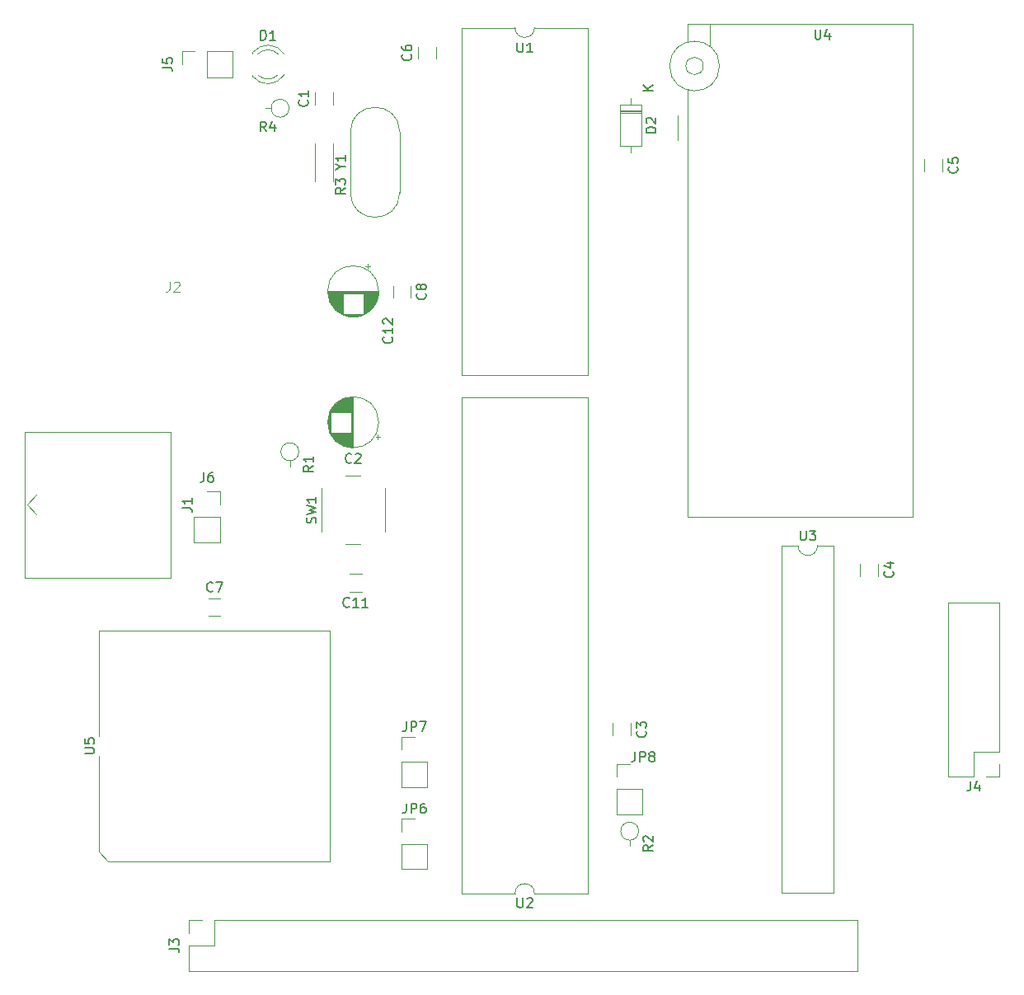
<source format=gto>
G04 #@! TF.GenerationSoftware,KiCad,Pcbnew,7.0.10+1*
G04 #@! TF.CreationDate,2024-02-25T15:54:48+01:00*
G04 #@! TF.ProjectId,dd8_0v2,6464385f-3076-4322-9e6b-696361645f70,rev?*
G04 #@! TF.SameCoordinates,Original*
G04 #@! TF.FileFunction,Legend,Top*
G04 #@! TF.FilePolarity,Positive*
%FSLAX46Y46*%
G04 Gerber Fmt 4.6, Leading zero omitted, Abs format (unit mm)*
G04 Created by KiCad (PCBNEW 7.0.10+1) date 2024-02-25 15:54:48*
%MOMM*%
%LPD*%
G01*
G04 APERTURE LIST*
%ADD10C,0.150000*%
%ADD11C,0.100000*%
%ADD12C,0.120000*%
%ADD13R,1.600000X1.600000*%
%ADD14O,1.600000X1.600000*%
%ADD15C,1.600000*%
%ADD16C,7.400000*%
%ADD17R,1.700000X1.700000*%
%ADD18O,1.700000X1.700000*%
%ADD19C,2.000000*%
%ADD20C,1.400000*%
%ADD21O,1.400000X1.400000*%
%ADD22C,1.500000*%
%ADD23R,2.000000X1.440000*%
%ADD24O,2.000000X1.440000*%
%ADD25R,1.800000X1.800000*%
%ADD26C,1.800000*%
%ADD27O,7.500000X5.000000*%
%ADD28O,2.500000X1.600000*%
%ADD29O,7.000000X3.500000*%
%ADD30R,1.422400X1.422400*%
%ADD31C,1.422400*%
G04 APERTURE END LIST*
D10*
X126928095Y-122124819D02*
X126928095Y-122934342D01*
X126928095Y-122934342D02*
X126975714Y-123029580D01*
X126975714Y-123029580D02*
X127023333Y-123077200D01*
X127023333Y-123077200D02*
X127118571Y-123124819D01*
X127118571Y-123124819D02*
X127309047Y-123124819D01*
X127309047Y-123124819D02*
X127404285Y-123077200D01*
X127404285Y-123077200D02*
X127451904Y-123029580D01*
X127451904Y-123029580D02*
X127499523Y-122934342D01*
X127499523Y-122934342D02*
X127499523Y-122124819D01*
X127880476Y-122124819D02*
X128499523Y-122124819D01*
X128499523Y-122124819D02*
X128166190Y-122505771D01*
X128166190Y-122505771D02*
X128309047Y-122505771D01*
X128309047Y-122505771D02*
X128404285Y-122553390D01*
X128404285Y-122553390D02*
X128451904Y-122601009D01*
X128451904Y-122601009D02*
X128499523Y-122696247D01*
X128499523Y-122696247D02*
X128499523Y-122934342D01*
X128499523Y-122934342D02*
X128451904Y-123029580D01*
X128451904Y-123029580D02*
X128404285Y-123077200D01*
X128404285Y-123077200D02*
X128309047Y-123124819D01*
X128309047Y-123124819D02*
X128023333Y-123124819D01*
X128023333Y-123124819D02*
X127928095Y-123077200D01*
X127928095Y-123077200D02*
X127880476Y-123029580D01*
X66583333Y-128309580D02*
X66535714Y-128357200D01*
X66535714Y-128357200D02*
X66392857Y-128404819D01*
X66392857Y-128404819D02*
X66297619Y-128404819D01*
X66297619Y-128404819D02*
X66154762Y-128357200D01*
X66154762Y-128357200D02*
X66059524Y-128261961D01*
X66059524Y-128261961D02*
X66011905Y-128166723D01*
X66011905Y-128166723D02*
X65964286Y-127976247D01*
X65964286Y-127976247D02*
X65964286Y-127833390D01*
X65964286Y-127833390D02*
X66011905Y-127642914D01*
X66011905Y-127642914D02*
X66059524Y-127547676D01*
X66059524Y-127547676D02*
X66154762Y-127452438D01*
X66154762Y-127452438D02*
X66297619Y-127404819D01*
X66297619Y-127404819D02*
X66392857Y-127404819D01*
X66392857Y-127404819D02*
X66535714Y-127452438D01*
X66535714Y-127452438D02*
X66583333Y-127500057D01*
X66916667Y-127404819D02*
X67583333Y-127404819D01*
X67583333Y-127404819D02*
X67154762Y-128404819D01*
X136409580Y-126316666D02*
X136457200Y-126364285D01*
X136457200Y-126364285D02*
X136504819Y-126507142D01*
X136504819Y-126507142D02*
X136504819Y-126602380D01*
X136504819Y-126602380D02*
X136457200Y-126745237D01*
X136457200Y-126745237D02*
X136361961Y-126840475D01*
X136361961Y-126840475D02*
X136266723Y-126888094D01*
X136266723Y-126888094D02*
X136076247Y-126935713D01*
X136076247Y-126935713D02*
X135933390Y-126935713D01*
X135933390Y-126935713D02*
X135742914Y-126888094D01*
X135742914Y-126888094D02*
X135647676Y-126840475D01*
X135647676Y-126840475D02*
X135552438Y-126745237D01*
X135552438Y-126745237D02*
X135504819Y-126602380D01*
X135504819Y-126602380D02*
X135504819Y-126507142D01*
X135504819Y-126507142D02*
X135552438Y-126364285D01*
X135552438Y-126364285D02*
X135600057Y-126316666D01*
X135838152Y-125459523D02*
X136504819Y-125459523D01*
X135457200Y-125697618D02*
X136171485Y-125935713D01*
X136171485Y-125935713D02*
X136171485Y-125316666D01*
X109966666Y-144854819D02*
X109966666Y-145569104D01*
X109966666Y-145569104D02*
X109919047Y-145711961D01*
X109919047Y-145711961D02*
X109823809Y-145807200D01*
X109823809Y-145807200D02*
X109680952Y-145854819D01*
X109680952Y-145854819D02*
X109585714Y-145854819D01*
X110442857Y-145854819D02*
X110442857Y-144854819D01*
X110442857Y-144854819D02*
X110823809Y-144854819D01*
X110823809Y-144854819D02*
X110919047Y-144902438D01*
X110919047Y-144902438D02*
X110966666Y-144950057D01*
X110966666Y-144950057D02*
X111014285Y-145045295D01*
X111014285Y-145045295D02*
X111014285Y-145188152D01*
X111014285Y-145188152D02*
X110966666Y-145283390D01*
X110966666Y-145283390D02*
X110919047Y-145331009D01*
X110919047Y-145331009D02*
X110823809Y-145378628D01*
X110823809Y-145378628D02*
X110442857Y-145378628D01*
X111585714Y-145283390D02*
X111490476Y-145235771D01*
X111490476Y-145235771D02*
X111442857Y-145188152D01*
X111442857Y-145188152D02*
X111395238Y-145092914D01*
X111395238Y-145092914D02*
X111395238Y-145045295D01*
X111395238Y-145045295D02*
X111442857Y-144950057D01*
X111442857Y-144950057D02*
X111490476Y-144902438D01*
X111490476Y-144902438D02*
X111585714Y-144854819D01*
X111585714Y-144854819D02*
X111776190Y-144854819D01*
X111776190Y-144854819D02*
X111871428Y-144902438D01*
X111871428Y-144902438D02*
X111919047Y-144950057D01*
X111919047Y-144950057D02*
X111966666Y-145045295D01*
X111966666Y-145045295D02*
X111966666Y-145092914D01*
X111966666Y-145092914D02*
X111919047Y-145188152D01*
X111919047Y-145188152D02*
X111871428Y-145235771D01*
X111871428Y-145235771D02*
X111776190Y-145283390D01*
X111776190Y-145283390D02*
X111585714Y-145283390D01*
X111585714Y-145283390D02*
X111490476Y-145331009D01*
X111490476Y-145331009D02*
X111442857Y-145378628D01*
X111442857Y-145378628D02*
X111395238Y-145473866D01*
X111395238Y-145473866D02*
X111395238Y-145664342D01*
X111395238Y-145664342D02*
X111442857Y-145759580D01*
X111442857Y-145759580D02*
X111490476Y-145807200D01*
X111490476Y-145807200D02*
X111585714Y-145854819D01*
X111585714Y-145854819D02*
X111776190Y-145854819D01*
X111776190Y-145854819D02*
X111871428Y-145807200D01*
X111871428Y-145807200D02*
X111919047Y-145759580D01*
X111919047Y-145759580D02*
X111966666Y-145664342D01*
X111966666Y-145664342D02*
X111966666Y-145473866D01*
X111966666Y-145473866D02*
X111919047Y-145378628D01*
X111919047Y-145378628D02*
X111871428Y-145331009D01*
X111871428Y-145331009D02*
X111776190Y-145283390D01*
X77157200Y-121333332D02*
X77204819Y-121190475D01*
X77204819Y-121190475D02*
X77204819Y-120952380D01*
X77204819Y-120952380D02*
X77157200Y-120857142D01*
X77157200Y-120857142D02*
X77109580Y-120809523D01*
X77109580Y-120809523D02*
X77014342Y-120761904D01*
X77014342Y-120761904D02*
X76919104Y-120761904D01*
X76919104Y-120761904D02*
X76823866Y-120809523D01*
X76823866Y-120809523D02*
X76776247Y-120857142D01*
X76776247Y-120857142D02*
X76728628Y-120952380D01*
X76728628Y-120952380D02*
X76681009Y-121142856D01*
X76681009Y-121142856D02*
X76633390Y-121238094D01*
X76633390Y-121238094D02*
X76585771Y-121285713D01*
X76585771Y-121285713D02*
X76490533Y-121333332D01*
X76490533Y-121333332D02*
X76395295Y-121333332D01*
X76395295Y-121333332D02*
X76300057Y-121285713D01*
X76300057Y-121285713D02*
X76252438Y-121238094D01*
X76252438Y-121238094D02*
X76204819Y-121142856D01*
X76204819Y-121142856D02*
X76204819Y-120904761D01*
X76204819Y-120904761D02*
X76252438Y-120761904D01*
X76204819Y-120428570D02*
X77204819Y-120190475D01*
X77204819Y-120190475D02*
X76490533Y-119999999D01*
X76490533Y-119999999D02*
X77204819Y-119809523D01*
X77204819Y-119809523D02*
X76204819Y-119571428D01*
X77204819Y-118666666D02*
X77204819Y-119238094D01*
X77204819Y-118952380D02*
X76204819Y-118952380D01*
X76204819Y-118952380D02*
X76347676Y-119047618D01*
X76347676Y-119047618D02*
X76442914Y-119142856D01*
X76442914Y-119142856D02*
X76490533Y-119238094D01*
X80833333Y-115109580D02*
X80785714Y-115157200D01*
X80785714Y-115157200D02*
X80642857Y-115204819D01*
X80642857Y-115204819D02*
X80547619Y-115204819D01*
X80547619Y-115204819D02*
X80404762Y-115157200D01*
X80404762Y-115157200D02*
X80309524Y-115061961D01*
X80309524Y-115061961D02*
X80261905Y-114966723D01*
X80261905Y-114966723D02*
X80214286Y-114776247D01*
X80214286Y-114776247D02*
X80214286Y-114633390D01*
X80214286Y-114633390D02*
X80261905Y-114442914D01*
X80261905Y-114442914D02*
X80309524Y-114347676D01*
X80309524Y-114347676D02*
X80404762Y-114252438D01*
X80404762Y-114252438D02*
X80547619Y-114204819D01*
X80547619Y-114204819D02*
X80642857Y-114204819D01*
X80642857Y-114204819D02*
X80785714Y-114252438D01*
X80785714Y-114252438D02*
X80833333Y-114300057D01*
X81214286Y-114300057D02*
X81261905Y-114252438D01*
X81261905Y-114252438D02*
X81357143Y-114204819D01*
X81357143Y-114204819D02*
X81595238Y-114204819D01*
X81595238Y-114204819D02*
X81690476Y-114252438D01*
X81690476Y-114252438D02*
X81738095Y-114300057D01*
X81738095Y-114300057D02*
X81785714Y-114395295D01*
X81785714Y-114395295D02*
X81785714Y-114490533D01*
X81785714Y-114490533D02*
X81738095Y-114633390D01*
X81738095Y-114633390D02*
X81166667Y-115204819D01*
X81166667Y-115204819D02*
X81785714Y-115204819D01*
X143009580Y-84766666D02*
X143057200Y-84814285D01*
X143057200Y-84814285D02*
X143104819Y-84957142D01*
X143104819Y-84957142D02*
X143104819Y-85052380D01*
X143104819Y-85052380D02*
X143057200Y-85195237D01*
X143057200Y-85195237D02*
X142961961Y-85290475D01*
X142961961Y-85290475D02*
X142866723Y-85338094D01*
X142866723Y-85338094D02*
X142676247Y-85385713D01*
X142676247Y-85385713D02*
X142533390Y-85385713D01*
X142533390Y-85385713D02*
X142342914Y-85338094D01*
X142342914Y-85338094D02*
X142247676Y-85290475D01*
X142247676Y-85290475D02*
X142152438Y-85195237D01*
X142152438Y-85195237D02*
X142104819Y-85052380D01*
X142104819Y-85052380D02*
X142104819Y-84957142D01*
X142104819Y-84957142D02*
X142152438Y-84814285D01*
X142152438Y-84814285D02*
X142200057Y-84766666D01*
X142104819Y-83861904D02*
X142104819Y-84338094D01*
X142104819Y-84338094D02*
X142581009Y-84385713D01*
X142581009Y-84385713D02*
X142533390Y-84338094D01*
X142533390Y-84338094D02*
X142485771Y-84242856D01*
X142485771Y-84242856D02*
X142485771Y-84004761D01*
X142485771Y-84004761D02*
X142533390Y-83909523D01*
X142533390Y-83909523D02*
X142581009Y-83861904D01*
X142581009Y-83861904D02*
X142676247Y-83814285D01*
X142676247Y-83814285D02*
X142914342Y-83814285D01*
X142914342Y-83814285D02*
X143009580Y-83861904D01*
X143009580Y-83861904D02*
X143057200Y-83909523D01*
X143057200Y-83909523D02*
X143104819Y-84004761D01*
X143104819Y-84004761D02*
X143104819Y-84242856D01*
X143104819Y-84242856D02*
X143057200Y-84338094D01*
X143057200Y-84338094D02*
X143009580Y-84385713D01*
X65666666Y-116144819D02*
X65666666Y-116859104D01*
X65666666Y-116859104D02*
X65619047Y-117001961D01*
X65619047Y-117001961D02*
X65523809Y-117097200D01*
X65523809Y-117097200D02*
X65380952Y-117144819D01*
X65380952Y-117144819D02*
X65285714Y-117144819D01*
X66571428Y-116144819D02*
X66380952Y-116144819D01*
X66380952Y-116144819D02*
X66285714Y-116192438D01*
X66285714Y-116192438D02*
X66238095Y-116240057D01*
X66238095Y-116240057D02*
X66142857Y-116382914D01*
X66142857Y-116382914D02*
X66095238Y-116573390D01*
X66095238Y-116573390D02*
X66095238Y-116954342D01*
X66095238Y-116954342D02*
X66142857Y-117049580D01*
X66142857Y-117049580D02*
X66190476Y-117097200D01*
X66190476Y-117097200D02*
X66285714Y-117144819D01*
X66285714Y-117144819D02*
X66476190Y-117144819D01*
X66476190Y-117144819D02*
X66571428Y-117097200D01*
X66571428Y-117097200D02*
X66619047Y-117049580D01*
X66619047Y-117049580D02*
X66666666Y-116954342D01*
X66666666Y-116954342D02*
X66666666Y-116716247D01*
X66666666Y-116716247D02*
X66619047Y-116621009D01*
X66619047Y-116621009D02*
X66571428Y-116573390D01*
X66571428Y-116573390D02*
X66476190Y-116525771D01*
X66476190Y-116525771D02*
X66285714Y-116525771D01*
X66285714Y-116525771D02*
X66190476Y-116573390D01*
X66190476Y-116573390D02*
X66142857Y-116621009D01*
X66142857Y-116621009D02*
X66095238Y-116716247D01*
X144396666Y-147864819D02*
X144396666Y-148579104D01*
X144396666Y-148579104D02*
X144349047Y-148721961D01*
X144349047Y-148721961D02*
X144253809Y-148817200D01*
X144253809Y-148817200D02*
X144110952Y-148864819D01*
X144110952Y-148864819D02*
X144015714Y-148864819D01*
X145301428Y-148198152D02*
X145301428Y-148864819D01*
X145063333Y-147817200D02*
X144825238Y-148531485D01*
X144825238Y-148531485D02*
X145444285Y-148531485D01*
X111774819Y-154436666D02*
X111298628Y-154769999D01*
X111774819Y-155008094D02*
X110774819Y-155008094D01*
X110774819Y-155008094D02*
X110774819Y-154627142D01*
X110774819Y-154627142D02*
X110822438Y-154531904D01*
X110822438Y-154531904D02*
X110870057Y-154484285D01*
X110870057Y-154484285D02*
X110965295Y-154436666D01*
X110965295Y-154436666D02*
X111108152Y-154436666D01*
X111108152Y-154436666D02*
X111203390Y-154484285D01*
X111203390Y-154484285D02*
X111251009Y-154531904D01*
X111251009Y-154531904D02*
X111298628Y-154627142D01*
X111298628Y-154627142D02*
X111298628Y-155008094D01*
X110870057Y-154055713D02*
X110822438Y-154008094D01*
X110822438Y-154008094D02*
X110774819Y-153912856D01*
X110774819Y-153912856D02*
X110774819Y-153674761D01*
X110774819Y-153674761D02*
X110822438Y-153579523D01*
X110822438Y-153579523D02*
X110870057Y-153531904D01*
X110870057Y-153531904D02*
X110965295Y-153484285D01*
X110965295Y-153484285D02*
X111060533Y-153484285D01*
X111060533Y-153484285D02*
X111203390Y-153531904D01*
X111203390Y-153531904D02*
X111774819Y-154103332D01*
X111774819Y-154103332D02*
X111774819Y-153484285D01*
X79703628Y-84776190D02*
X80179819Y-84776190D01*
X79179819Y-85109523D02*
X79703628Y-84776190D01*
X79703628Y-84776190D02*
X79179819Y-84442857D01*
X80179819Y-83585714D02*
X80179819Y-84157142D01*
X80179819Y-83871428D02*
X79179819Y-83871428D01*
X79179819Y-83871428D02*
X79322676Y-83966666D01*
X79322676Y-83966666D02*
X79417914Y-84061904D01*
X79417914Y-84061904D02*
X79465533Y-84157142D01*
X128438095Y-70654819D02*
X128438095Y-71464342D01*
X128438095Y-71464342D02*
X128485714Y-71559580D01*
X128485714Y-71559580D02*
X128533333Y-71607200D01*
X128533333Y-71607200D02*
X128628571Y-71654819D01*
X128628571Y-71654819D02*
X128819047Y-71654819D01*
X128819047Y-71654819D02*
X128914285Y-71607200D01*
X128914285Y-71607200D02*
X128961904Y-71559580D01*
X128961904Y-71559580D02*
X129009523Y-71464342D01*
X129009523Y-71464342D02*
X129009523Y-70654819D01*
X129914285Y-70988152D02*
X129914285Y-71654819D01*
X129676190Y-70607200D02*
X129438095Y-71321485D01*
X129438095Y-71321485D02*
X130057142Y-71321485D01*
X97858095Y-159844819D02*
X97858095Y-160654342D01*
X97858095Y-160654342D02*
X97905714Y-160749580D01*
X97905714Y-160749580D02*
X97953333Y-160797200D01*
X97953333Y-160797200D02*
X98048571Y-160844819D01*
X98048571Y-160844819D02*
X98239047Y-160844819D01*
X98239047Y-160844819D02*
X98334285Y-160797200D01*
X98334285Y-160797200D02*
X98381904Y-160749580D01*
X98381904Y-160749580D02*
X98429523Y-160654342D01*
X98429523Y-160654342D02*
X98429523Y-159844819D01*
X98858095Y-159940057D02*
X98905714Y-159892438D01*
X98905714Y-159892438D02*
X99000952Y-159844819D01*
X99000952Y-159844819D02*
X99239047Y-159844819D01*
X99239047Y-159844819D02*
X99334285Y-159892438D01*
X99334285Y-159892438D02*
X99381904Y-159940057D01*
X99381904Y-159940057D02*
X99429523Y-160035295D01*
X99429523Y-160035295D02*
X99429523Y-160130533D01*
X99429523Y-160130533D02*
X99381904Y-160273390D01*
X99381904Y-160273390D02*
X98810476Y-160844819D01*
X98810476Y-160844819D02*
X99429523Y-160844819D01*
X71506905Y-71744819D02*
X71506905Y-70744819D01*
X71506905Y-70744819D02*
X71745000Y-70744819D01*
X71745000Y-70744819D02*
X71887857Y-70792438D01*
X71887857Y-70792438D02*
X71983095Y-70887676D01*
X71983095Y-70887676D02*
X72030714Y-70982914D01*
X72030714Y-70982914D02*
X72078333Y-71173390D01*
X72078333Y-71173390D02*
X72078333Y-71316247D01*
X72078333Y-71316247D02*
X72030714Y-71506723D01*
X72030714Y-71506723D02*
X71983095Y-71601961D01*
X71983095Y-71601961D02*
X71887857Y-71697200D01*
X71887857Y-71697200D02*
X71745000Y-71744819D01*
X71745000Y-71744819D02*
X71506905Y-71744819D01*
X73030714Y-71744819D02*
X72459286Y-71744819D01*
X72745000Y-71744819D02*
X72745000Y-70744819D01*
X72745000Y-70744819D02*
X72649762Y-70887676D01*
X72649762Y-70887676D02*
X72554524Y-70982914D01*
X72554524Y-70982914D02*
X72459286Y-71030533D01*
X112074819Y-81238094D02*
X111074819Y-81238094D01*
X111074819Y-81238094D02*
X111074819Y-80999999D01*
X111074819Y-80999999D02*
X111122438Y-80857142D01*
X111122438Y-80857142D02*
X111217676Y-80761904D01*
X111217676Y-80761904D02*
X111312914Y-80714285D01*
X111312914Y-80714285D02*
X111503390Y-80666666D01*
X111503390Y-80666666D02*
X111646247Y-80666666D01*
X111646247Y-80666666D02*
X111836723Y-80714285D01*
X111836723Y-80714285D02*
X111931961Y-80761904D01*
X111931961Y-80761904D02*
X112027200Y-80857142D01*
X112027200Y-80857142D02*
X112074819Y-80999999D01*
X112074819Y-80999999D02*
X112074819Y-81238094D01*
X111170057Y-80285713D02*
X111122438Y-80238094D01*
X111122438Y-80238094D02*
X111074819Y-80142856D01*
X111074819Y-80142856D02*
X111074819Y-79904761D01*
X111074819Y-79904761D02*
X111122438Y-79809523D01*
X111122438Y-79809523D02*
X111170057Y-79761904D01*
X111170057Y-79761904D02*
X111265295Y-79714285D01*
X111265295Y-79714285D02*
X111360533Y-79714285D01*
X111360533Y-79714285D02*
X111503390Y-79761904D01*
X111503390Y-79761904D02*
X112074819Y-80333332D01*
X112074819Y-80333332D02*
X112074819Y-79714285D01*
X111754819Y-76951904D02*
X110754819Y-76951904D01*
X111754819Y-76380476D02*
X111183390Y-76809047D01*
X110754819Y-76380476D02*
X111326247Y-76951904D01*
X86466666Y-141749819D02*
X86466666Y-142464104D01*
X86466666Y-142464104D02*
X86419047Y-142606961D01*
X86419047Y-142606961D02*
X86323809Y-142702200D01*
X86323809Y-142702200D02*
X86180952Y-142749819D01*
X86180952Y-142749819D02*
X86085714Y-142749819D01*
X86942857Y-142749819D02*
X86942857Y-141749819D01*
X86942857Y-141749819D02*
X87323809Y-141749819D01*
X87323809Y-141749819D02*
X87419047Y-141797438D01*
X87419047Y-141797438D02*
X87466666Y-141845057D01*
X87466666Y-141845057D02*
X87514285Y-141940295D01*
X87514285Y-141940295D02*
X87514285Y-142083152D01*
X87514285Y-142083152D02*
X87466666Y-142178390D01*
X87466666Y-142178390D02*
X87419047Y-142226009D01*
X87419047Y-142226009D02*
X87323809Y-142273628D01*
X87323809Y-142273628D02*
X86942857Y-142273628D01*
X87847619Y-141749819D02*
X88514285Y-141749819D01*
X88514285Y-141749819D02*
X88085714Y-142749819D01*
X97863095Y-72004819D02*
X97863095Y-72814342D01*
X97863095Y-72814342D02*
X97910714Y-72909580D01*
X97910714Y-72909580D02*
X97958333Y-72957200D01*
X97958333Y-72957200D02*
X98053571Y-73004819D01*
X98053571Y-73004819D02*
X98244047Y-73004819D01*
X98244047Y-73004819D02*
X98339285Y-72957200D01*
X98339285Y-72957200D02*
X98386904Y-72909580D01*
X98386904Y-72909580D02*
X98434523Y-72814342D01*
X98434523Y-72814342D02*
X98434523Y-72004819D01*
X99434523Y-73004819D02*
X98863095Y-73004819D01*
X99148809Y-73004819D02*
X99148809Y-72004819D01*
X99148809Y-72004819D02*
X99053571Y-72147676D01*
X99053571Y-72147676D02*
X98958333Y-72242914D01*
X98958333Y-72242914D02*
X98863095Y-72290533D01*
X86466666Y-150149819D02*
X86466666Y-150864104D01*
X86466666Y-150864104D02*
X86419047Y-151006961D01*
X86419047Y-151006961D02*
X86323809Y-151102200D01*
X86323809Y-151102200D02*
X86180952Y-151149819D01*
X86180952Y-151149819D02*
X86085714Y-151149819D01*
X86942857Y-151149819D02*
X86942857Y-150149819D01*
X86942857Y-150149819D02*
X87323809Y-150149819D01*
X87323809Y-150149819D02*
X87419047Y-150197438D01*
X87419047Y-150197438D02*
X87466666Y-150245057D01*
X87466666Y-150245057D02*
X87514285Y-150340295D01*
X87514285Y-150340295D02*
X87514285Y-150483152D01*
X87514285Y-150483152D02*
X87466666Y-150578390D01*
X87466666Y-150578390D02*
X87419047Y-150626009D01*
X87419047Y-150626009D02*
X87323809Y-150673628D01*
X87323809Y-150673628D02*
X86942857Y-150673628D01*
X88371428Y-150149819D02*
X88180952Y-150149819D01*
X88180952Y-150149819D02*
X88085714Y-150197438D01*
X88085714Y-150197438D02*
X88038095Y-150245057D01*
X88038095Y-150245057D02*
X87942857Y-150387914D01*
X87942857Y-150387914D02*
X87895238Y-150578390D01*
X87895238Y-150578390D02*
X87895238Y-150959342D01*
X87895238Y-150959342D02*
X87942857Y-151054580D01*
X87942857Y-151054580D02*
X87990476Y-151102200D01*
X87990476Y-151102200D02*
X88085714Y-151149819D01*
X88085714Y-151149819D02*
X88276190Y-151149819D01*
X88276190Y-151149819D02*
X88371428Y-151102200D01*
X88371428Y-151102200D02*
X88419047Y-151054580D01*
X88419047Y-151054580D02*
X88466666Y-150959342D01*
X88466666Y-150959342D02*
X88466666Y-150721247D01*
X88466666Y-150721247D02*
X88419047Y-150626009D01*
X88419047Y-150626009D02*
X88371428Y-150578390D01*
X88371428Y-150578390D02*
X88276190Y-150530771D01*
X88276190Y-150530771D02*
X88085714Y-150530771D01*
X88085714Y-150530771D02*
X87990476Y-150578390D01*
X87990476Y-150578390D02*
X87942857Y-150626009D01*
X87942857Y-150626009D02*
X87895238Y-150721247D01*
D11*
X62166666Y-96577419D02*
X62166666Y-97291704D01*
X62166666Y-97291704D02*
X62119047Y-97434561D01*
X62119047Y-97434561D02*
X62023809Y-97529800D01*
X62023809Y-97529800D02*
X61880952Y-97577419D01*
X61880952Y-97577419D02*
X61785714Y-97577419D01*
X62595238Y-96672657D02*
X62642857Y-96625038D01*
X62642857Y-96625038D02*
X62738095Y-96577419D01*
X62738095Y-96577419D02*
X62976190Y-96577419D01*
X62976190Y-96577419D02*
X63071428Y-96625038D01*
X63071428Y-96625038D02*
X63119047Y-96672657D01*
X63119047Y-96672657D02*
X63166666Y-96767895D01*
X63166666Y-96767895D02*
X63166666Y-96863133D01*
X63166666Y-96863133D02*
X63119047Y-97005990D01*
X63119047Y-97005990D02*
X62547619Y-97577419D01*
X62547619Y-97577419D02*
X63166666Y-97577419D01*
D10*
X63454819Y-119793333D02*
X64169104Y-119793333D01*
X64169104Y-119793333D02*
X64311961Y-119840952D01*
X64311961Y-119840952D02*
X64407200Y-119936190D01*
X64407200Y-119936190D02*
X64454819Y-120079047D01*
X64454819Y-120079047D02*
X64454819Y-120174285D01*
X64454819Y-118793333D02*
X64454819Y-119364761D01*
X64454819Y-119079047D02*
X63454819Y-119079047D01*
X63454819Y-119079047D02*
X63597676Y-119174285D01*
X63597676Y-119174285D02*
X63692914Y-119269523D01*
X63692914Y-119269523D02*
X63740533Y-119364761D01*
X88409580Y-97766666D02*
X88457200Y-97814285D01*
X88457200Y-97814285D02*
X88504819Y-97957142D01*
X88504819Y-97957142D02*
X88504819Y-98052380D01*
X88504819Y-98052380D02*
X88457200Y-98195237D01*
X88457200Y-98195237D02*
X88361961Y-98290475D01*
X88361961Y-98290475D02*
X88266723Y-98338094D01*
X88266723Y-98338094D02*
X88076247Y-98385713D01*
X88076247Y-98385713D02*
X87933390Y-98385713D01*
X87933390Y-98385713D02*
X87742914Y-98338094D01*
X87742914Y-98338094D02*
X87647676Y-98290475D01*
X87647676Y-98290475D02*
X87552438Y-98195237D01*
X87552438Y-98195237D02*
X87504819Y-98052380D01*
X87504819Y-98052380D02*
X87504819Y-97957142D01*
X87504819Y-97957142D02*
X87552438Y-97814285D01*
X87552438Y-97814285D02*
X87600057Y-97766666D01*
X87933390Y-97195237D02*
X87885771Y-97290475D01*
X87885771Y-97290475D02*
X87838152Y-97338094D01*
X87838152Y-97338094D02*
X87742914Y-97385713D01*
X87742914Y-97385713D02*
X87695295Y-97385713D01*
X87695295Y-97385713D02*
X87600057Y-97338094D01*
X87600057Y-97338094D02*
X87552438Y-97290475D01*
X87552438Y-97290475D02*
X87504819Y-97195237D01*
X87504819Y-97195237D02*
X87504819Y-97004761D01*
X87504819Y-97004761D02*
X87552438Y-96909523D01*
X87552438Y-96909523D02*
X87600057Y-96861904D01*
X87600057Y-96861904D02*
X87695295Y-96814285D01*
X87695295Y-96814285D02*
X87742914Y-96814285D01*
X87742914Y-96814285D02*
X87838152Y-96861904D01*
X87838152Y-96861904D02*
X87885771Y-96909523D01*
X87885771Y-96909523D02*
X87933390Y-97004761D01*
X87933390Y-97004761D02*
X87933390Y-97195237D01*
X87933390Y-97195237D02*
X87981009Y-97290475D01*
X87981009Y-97290475D02*
X88028628Y-97338094D01*
X88028628Y-97338094D02*
X88123866Y-97385713D01*
X88123866Y-97385713D02*
X88314342Y-97385713D01*
X88314342Y-97385713D02*
X88409580Y-97338094D01*
X88409580Y-97338094D02*
X88457200Y-97290475D01*
X88457200Y-97290475D02*
X88504819Y-97195237D01*
X88504819Y-97195237D02*
X88504819Y-97004761D01*
X88504819Y-97004761D02*
X88457200Y-96909523D01*
X88457200Y-96909523D02*
X88409580Y-96861904D01*
X88409580Y-96861904D02*
X88314342Y-96814285D01*
X88314342Y-96814285D02*
X88123866Y-96814285D01*
X88123866Y-96814285D02*
X88028628Y-96861904D01*
X88028628Y-96861904D02*
X87981009Y-96909523D01*
X87981009Y-96909523D02*
X87933390Y-97004761D01*
X80204819Y-86916666D02*
X79728628Y-87249999D01*
X80204819Y-87488094D02*
X79204819Y-87488094D01*
X79204819Y-87488094D02*
X79204819Y-87107142D01*
X79204819Y-87107142D02*
X79252438Y-87011904D01*
X79252438Y-87011904D02*
X79300057Y-86964285D01*
X79300057Y-86964285D02*
X79395295Y-86916666D01*
X79395295Y-86916666D02*
X79538152Y-86916666D01*
X79538152Y-86916666D02*
X79633390Y-86964285D01*
X79633390Y-86964285D02*
X79681009Y-87011904D01*
X79681009Y-87011904D02*
X79728628Y-87107142D01*
X79728628Y-87107142D02*
X79728628Y-87488094D01*
X79204819Y-86583332D02*
X79204819Y-85964285D01*
X79204819Y-85964285D02*
X79585771Y-86297618D01*
X79585771Y-86297618D02*
X79585771Y-86154761D01*
X79585771Y-86154761D02*
X79633390Y-86059523D01*
X79633390Y-86059523D02*
X79681009Y-86011904D01*
X79681009Y-86011904D02*
X79776247Y-85964285D01*
X79776247Y-85964285D02*
X80014342Y-85964285D01*
X80014342Y-85964285D02*
X80109580Y-86011904D01*
X80109580Y-86011904D02*
X80157200Y-86059523D01*
X80157200Y-86059523D02*
X80204819Y-86154761D01*
X80204819Y-86154761D02*
X80204819Y-86440475D01*
X80204819Y-86440475D02*
X80157200Y-86535713D01*
X80157200Y-86535713D02*
X80109580Y-86583332D01*
X62124819Y-165063333D02*
X62839104Y-165063333D01*
X62839104Y-165063333D02*
X62981961Y-165110952D01*
X62981961Y-165110952D02*
X63077200Y-165206190D01*
X63077200Y-165206190D02*
X63124819Y-165349047D01*
X63124819Y-165349047D02*
X63124819Y-165444285D01*
X62124819Y-164682380D02*
X62124819Y-164063333D01*
X62124819Y-164063333D02*
X62505771Y-164396666D01*
X62505771Y-164396666D02*
X62505771Y-164253809D01*
X62505771Y-164253809D02*
X62553390Y-164158571D01*
X62553390Y-164158571D02*
X62601009Y-164110952D01*
X62601009Y-164110952D02*
X62696247Y-164063333D01*
X62696247Y-164063333D02*
X62934342Y-164063333D01*
X62934342Y-164063333D02*
X63029580Y-164110952D01*
X63029580Y-164110952D02*
X63077200Y-164158571D01*
X63077200Y-164158571D02*
X63124819Y-164253809D01*
X63124819Y-164253809D02*
X63124819Y-164539523D01*
X63124819Y-164539523D02*
X63077200Y-164634761D01*
X63077200Y-164634761D02*
X63029580Y-164682380D01*
X80607142Y-129909580D02*
X80559523Y-129957200D01*
X80559523Y-129957200D02*
X80416666Y-130004819D01*
X80416666Y-130004819D02*
X80321428Y-130004819D01*
X80321428Y-130004819D02*
X80178571Y-129957200D01*
X80178571Y-129957200D02*
X80083333Y-129861961D01*
X80083333Y-129861961D02*
X80035714Y-129766723D01*
X80035714Y-129766723D02*
X79988095Y-129576247D01*
X79988095Y-129576247D02*
X79988095Y-129433390D01*
X79988095Y-129433390D02*
X80035714Y-129242914D01*
X80035714Y-129242914D02*
X80083333Y-129147676D01*
X80083333Y-129147676D02*
X80178571Y-129052438D01*
X80178571Y-129052438D02*
X80321428Y-129004819D01*
X80321428Y-129004819D02*
X80416666Y-129004819D01*
X80416666Y-129004819D02*
X80559523Y-129052438D01*
X80559523Y-129052438D02*
X80607142Y-129100057D01*
X81559523Y-130004819D02*
X80988095Y-130004819D01*
X81273809Y-130004819D02*
X81273809Y-129004819D01*
X81273809Y-129004819D02*
X81178571Y-129147676D01*
X81178571Y-129147676D02*
X81083333Y-129242914D01*
X81083333Y-129242914D02*
X80988095Y-129290533D01*
X82511904Y-130004819D02*
X81940476Y-130004819D01*
X82226190Y-130004819D02*
X82226190Y-129004819D01*
X82226190Y-129004819D02*
X82130952Y-129147676D01*
X82130952Y-129147676D02*
X82035714Y-129242914D01*
X82035714Y-129242914D02*
X81940476Y-129290533D01*
X76874819Y-115466666D02*
X76398628Y-115799999D01*
X76874819Y-116038094D02*
X75874819Y-116038094D01*
X75874819Y-116038094D02*
X75874819Y-115657142D01*
X75874819Y-115657142D02*
X75922438Y-115561904D01*
X75922438Y-115561904D02*
X75970057Y-115514285D01*
X75970057Y-115514285D02*
X76065295Y-115466666D01*
X76065295Y-115466666D02*
X76208152Y-115466666D01*
X76208152Y-115466666D02*
X76303390Y-115514285D01*
X76303390Y-115514285D02*
X76351009Y-115561904D01*
X76351009Y-115561904D02*
X76398628Y-115657142D01*
X76398628Y-115657142D02*
X76398628Y-116038094D01*
X76874819Y-114514285D02*
X76874819Y-115085713D01*
X76874819Y-114799999D02*
X75874819Y-114799999D01*
X75874819Y-114799999D02*
X76017676Y-114895237D01*
X76017676Y-114895237D02*
X76112914Y-114990475D01*
X76112914Y-114990475D02*
X76160533Y-115085713D01*
X86909580Y-73216666D02*
X86957200Y-73264285D01*
X86957200Y-73264285D02*
X87004819Y-73407142D01*
X87004819Y-73407142D02*
X87004819Y-73502380D01*
X87004819Y-73502380D02*
X86957200Y-73645237D01*
X86957200Y-73645237D02*
X86861961Y-73740475D01*
X86861961Y-73740475D02*
X86766723Y-73788094D01*
X86766723Y-73788094D02*
X86576247Y-73835713D01*
X86576247Y-73835713D02*
X86433390Y-73835713D01*
X86433390Y-73835713D02*
X86242914Y-73788094D01*
X86242914Y-73788094D02*
X86147676Y-73740475D01*
X86147676Y-73740475D02*
X86052438Y-73645237D01*
X86052438Y-73645237D02*
X86004819Y-73502380D01*
X86004819Y-73502380D02*
X86004819Y-73407142D01*
X86004819Y-73407142D02*
X86052438Y-73264285D01*
X86052438Y-73264285D02*
X86100057Y-73216666D01*
X86004819Y-72359523D02*
X86004819Y-72549999D01*
X86004819Y-72549999D02*
X86052438Y-72645237D01*
X86052438Y-72645237D02*
X86100057Y-72692856D01*
X86100057Y-72692856D02*
X86242914Y-72788094D01*
X86242914Y-72788094D02*
X86433390Y-72835713D01*
X86433390Y-72835713D02*
X86814342Y-72835713D01*
X86814342Y-72835713D02*
X86909580Y-72788094D01*
X86909580Y-72788094D02*
X86957200Y-72740475D01*
X86957200Y-72740475D02*
X87004819Y-72645237D01*
X87004819Y-72645237D02*
X87004819Y-72454761D01*
X87004819Y-72454761D02*
X86957200Y-72359523D01*
X86957200Y-72359523D02*
X86909580Y-72311904D01*
X86909580Y-72311904D02*
X86814342Y-72264285D01*
X86814342Y-72264285D02*
X86576247Y-72264285D01*
X86576247Y-72264285D02*
X86481009Y-72311904D01*
X86481009Y-72311904D02*
X86433390Y-72359523D01*
X86433390Y-72359523D02*
X86385771Y-72454761D01*
X86385771Y-72454761D02*
X86385771Y-72645237D01*
X86385771Y-72645237D02*
X86433390Y-72740475D01*
X86433390Y-72740475D02*
X86481009Y-72788094D01*
X86481009Y-72788094D02*
X86576247Y-72835713D01*
X53414819Y-145011904D02*
X54224342Y-145011904D01*
X54224342Y-145011904D02*
X54319580Y-144964285D01*
X54319580Y-144964285D02*
X54367200Y-144916666D01*
X54367200Y-144916666D02*
X54414819Y-144821428D01*
X54414819Y-144821428D02*
X54414819Y-144630952D01*
X54414819Y-144630952D02*
X54367200Y-144535714D01*
X54367200Y-144535714D02*
X54319580Y-144488095D01*
X54319580Y-144488095D02*
X54224342Y-144440476D01*
X54224342Y-144440476D02*
X53414819Y-144440476D01*
X53414819Y-143488095D02*
X53414819Y-143964285D01*
X53414819Y-143964285D02*
X53891009Y-144011904D01*
X53891009Y-144011904D02*
X53843390Y-143964285D01*
X53843390Y-143964285D02*
X53795771Y-143869047D01*
X53795771Y-143869047D02*
X53795771Y-143630952D01*
X53795771Y-143630952D02*
X53843390Y-143535714D01*
X53843390Y-143535714D02*
X53891009Y-143488095D01*
X53891009Y-143488095D02*
X53986247Y-143440476D01*
X53986247Y-143440476D02*
X54224342Y-143440476D01*
X54224342Y-143440476D02*
X54319580Y-143488095D01*
X54319580Y-143488095D02*
X54367200Y-143535714D01*
X54367200Y-143535714D02*
X54414819Y-143630952D01*
X54414819Y-143630952D02*
X54414819Y-143869047D01*
X54414819Y-143869047D02*
X54367200Y-143964285D01*
X54367200Y-143964285D02*
X54319580Y-144011904D01*
X76309580Y-77916666D02*
X76357200Y-77964285D01*
X76357200Y-77964285D02*
X76404819Y-78107142D01*
X76404819Y-78107142D02*
X76404819Y-78202380D01*
X76404819Y-78202380D02*
X76357200Y-78345237D01*
X76357200Y-78345237D02*
X76261961Y-78440475D01*
X76261961Y-78440475D02*
X76166723Y-78488094D01*
X76166723Y-78488094D02*
X75976247Y-78535713D01*
X75976247Y-78535713D02*
X75833390Y-78535713D01*
X75833390Y-78535713D02*
X75642914Y-78488094D01*
X75642914Y-78488094D02*
X75547676Y-78440475D01*
X75547676Y-78440475D02*
X75452438Y-78345237D01*
X75452438Y-78345237D02*
X75404819Y-78202380D01*
X75404819Y-78202380D02*
X75404819Y-78107142D01*
X75404819Y-78107142D02*
X75452438Y-77964285D01*
X75452438Y-77964285D02*
X75500057Y-77916666D01*
X76404819Y-76964285D02*
X76404819Y-77535713D01*
X76404819Y-77249999D02*
X75404819Y-77249999D01*
X75404819Y-77249999D02*
X75547676Y-77345237D01*
X75547676Y-77345237D02*
X75642914Y-77440475D01*
X75642914Y-77440475D02*
X75690533Y-77535713D01*
X72063333Y-81124819D02*
X71730000Y-80648628D01*
X71491905Y-81124819D02*
X71491905Y-80124819D01*
X71491905Y-80124819D02*
X71872857Y-80124819D01*
X71872857Y-80124819D02*
X71968095Y-80172438D01*
X71968095Y-80172438D02*
X72015714Y-80220057D01*
X72015714Y-80220057D02*
X72063333Y-80315295D01*
X72063333Y-80315295D02*
X72063333Y-80458152D01*
X72063333Y-80458152D02*
X72015714Y-80553390D01*
X72015714Y-80553390D02*
X71968095Y-80601009D01*
X71968095Y-80601009D02*
X71872857Y-80648628D01*
X71872857Y-80648628D02*
X71491905Y-80648628D01*
X72920476Y-80458152D02*
X72920476Y-81124819D01*
X72682381Y-80077200D02*
X72444286Y-80791485D01*
X72444286Y-80791485D02*
X73063333Y-80791485D01*
X111009580Y-142716666D02*
X111057200Y-142764285D01*
X111057200Y-142764285D02*
X111104819Y-142907142D01*
X111104819Y-142907142D02*
X111104819Y-143002380D01*
X111104819Y-143002380D02*
X111057200Y-143145237D01*
X111057200Y-143145237D02*
X110961961Y-143240475D01*
X110961961Y-143240475D02*
X110866723Y-143288094D01*
X110866723Y-143288094D02*
X110676247Y-143335713D01*
X110676247Y-143335713D02*
X110533390Y-143335713D01*
X110533390Y-143335713D02*
X110342914Y-143288094D01*
X110342914Y-143288094D02*
X110247676Y-143240475D01*
X110247676Y-143240475D02*
X110152438Y-143145237D01*
X110152438Y-143145237D02*
X110104819Y-143002380D01*
X110104819Y-143002380D02*
X110104819Y-142907142D01*
X110104819Y-142907142D02*
X110152438Y-142764285D01*
X110152438Y-142764285D02*
X110200057Y-142716666D01*
X110104819Y-142383332D02*
X110104819Y-141764285D01*
X110104819Y-141764285D02*
X110485771Y-142097618D01*
X110485771Y-142097618D02*
X110485771Y-141954761D01*
X110485771Y-141954761D02*
X110533390Y-141859523D01*
X110533390Y-141859523D02*
X110581009Y-141811904D01*
X110581009Y-141811904D02*
X110676247Y-141764285D01*
X110676247Y-141764285D02*
X110914342Y-141764285D01*
X110914342Y-141764285D02*
X111009580Y-141811904D01*
X111009580Y-141811904D02*
X111057200Y-141859523D01*
X111057200Y-141859523D02*
X111104819Y-141954761D01*
X111104819Y-141954761D02*
X111104819Y-142240475D01*
X111104819Y-142240475D02*
X111057200Y-142335713D01*
X111057200Y-142335713D02*
X111009580Y-142383332D01*
X61434819Y-74558333D02*
X62149104Y-74558333D01*
X62149104Y-74558333D02*
X62291961Y-74605952D01*
X62291961Y-74605952D02*
X62387200Y-74701190D01*
X62387200Y-74701190D02*
X62434819Y-74844047D01*
X62434819Y-74844047D02*
X62434819Y-74939285D01*
X61434819Y-73605952D02*
X61434819Y-74082142D01*
X61434819Y-74082142D02*
X61911009Y-74129761D01*
X61911009Y-74129761D02*
X61863390Y-74082142D01*
X61863390Y-74082142D02*
X61815771Y-73986904D01*
X61815771Y-73986904D02*
X61815771Y-73748809D01*
X61815771Y-73748809D02*
X61863390Y-73653571D01*
X61863390Y-73653571D02*
X61911009Y-73605952D01*
X61911009Y-73605952D02*
X62006247Y-73558333D01*
X62006247Y-73558333D02*
X62244342Y-73558333D01*
X62244342Y-73558333D02*
X62339580Y-73605952D01*
X62339580Y-73605952D02*
X62387200Y-73653571D01*
X62387200Y-73653571D02*
X62434819Y-73748809D01*
X62434819Y-73748809D02*
X62434819Y-73986904D01*
X62434819Y-73986904D02*
X62387200Y-74082142D01*
X62387200Y-74082142D02*
X62339580Y-74129761D01*
X84959580Y-102242857D02*
X85007200Y-102290476D01*
X85007200Y-102290476D02*
X85054819Y-102433333D01*
X85054819Y-102433333D02*
X85054819Y-102528571D01*
X85054819Y-102528571D02*
X85007200Y-102671428D01*
X85007200Y-102671428D02*
X84911961Y-102766666D01*
X84911961Y-102766666D02*
X84816723Y-102814285D01*
X84816723Y-102814285D02*
X84626247Y-102861904D01*
X84626247Y-102861904D02*
X84483390Y-102861904D01*
X84483390Y-102861904D02*
X84292914Y-102814285D01*
X84292914Y-102814285D02*
X84197676Y-102766666D01*
X84197676Y-102766666D02*
X84102438Y-102671428D01*
X84102438Y-102671428D02*
X84054819Y-102528571D01*
X84054819Y-102528571D02*
X84054819Y-102433333D01*
X84054819Y-102433333D02*
X84102438Y-102290476D01*
X84102438Y-102290476D02*
X84150057Y-102242857D01*
X85054819Y-101290476D02*
X85054819Y-101861904D01*
X85054819Y-101576190D02*
X84054819Y-101576190D01*
X84054819Y-101576190D02*
X84197676Y-101671428D01*
X84197676Y-101671428D02*
X84292914Y-101766666D01*
X84292914Y-101766666D02*
X84340533Y-101861904D01*
X84150057Y-100909523D02*
X84102438Y-100861904D01*
X84102438Y-100861904D02*
X84054819Y-100766666D01*
X84054819Y-100766666D02*
X84054819Y-100528571D01*
X84054819Y-100528571D02*
X84102438Y-100433333D01*
X84102438Y-100433333D02*
X84150057Y-100385714D01*
X84150057Y-100385714D02*
X84245295Y-100338095D01*
X84245295Y-100338095D02*
X84340533Y-100338095D01*
X84340533Y-100338095D02*
X84483390Y-100385714D01*
X84483390Y-100385714D02*
X85054819Y-100957142D01*
X85054819Y-100957142D02*
X85054819Y-100338095D01*
D12*
X125040000Y-123670000D02*
X125040000Y-159350000D01*
X125040000Y-159350000D02*
X130340000Y-159350000D01*
X126690000Y-123670000D02*
X125040000Y-123670000D01*
X130340000Y-123670000D02*
X128690000Y-123670000D01*
X130340000Y-159350000D02*
X130340000Y-123670000D01*
X126690000Y-123670000D02*
G75*
G03*
X128690000Y-123670000I1000000J0D01*
G01*
X66121000Y-129080000D02*
X67379000Y-129080000D01*
X66121000Y-130920000D02*
X67379000Y-130920000D01*
X134920000Y-125521000D02*
X134920000Y-126779000D01*
X133080000Y-125521000D02*
X133080000Y-126779000D01*
X108070000Y-146095000D02*
X109400000Y-146095000D01*
X108070000Y-147425000D02*
X108070000Y-146095000D01*
X108070000Y-148695000D02*
X108070000Y-151295000D01*
X108070000Y-148695000D02*
X110730000Y-148695000D01*
X108070000Y-151295000D02*
X110730000Y-151295000D01*
X110730000Y-148695000D02*
X110730000Y-151295000D01*
X80250000Y-123500000D02*
X81750000Y-123500000D01*
X84250000Y-122250000D02*
X84250000Y-117750000D01*
X77750000Y-117750000D02*
X77750000Y-122250000D01*
X81750000Y-116500000D02*
X80250000Y-116500000D01*
X83804775Y-112475000D02*
X83304775Y-112475000D01*
X83554775Y-112725000D02*
X83554775Y-112225000D01*
X81000000Y-113580000D02*
X81000000Y-108420000D01*
X80960000Y-113580000D02*
X80960000Y-108420000D01*
X80920000Y-113579000D02*
X80920000Y-108421000D01*
X80880000Y-113578000D02*
X80880000Y-108422000D01*
X80840000Y-113576000D02*
X80840000Y-108424000D01*
X80800000Y-113573000D02*
X80800000Y-108427000D01*
X80760000Y-113569000D02*
X80760000Y-112040000D01*
X80760000Y-109960000D02*
X80760000Y-108431000D01*
X80720000Y-113565000D02*
X80720000Y-112040000D01*
X80720000Y-109960000D02*
X80720000Y-108435000D01*
X80680000Y-113561000D02*
X80680000Y-112040000D01*
X80680000Y-109960000D02*
X80680000Y-108439000D01*
X80640000Y-113556000D02*
X80640000Y-112040000D01*
X80640000Y-109960000D02*
X80640000Y-108444000D01*
X80600000Y-113550000D02*
X80600000Y-112040000D01*
X80600000Y-109960000D02*
X80600000Y-108450000D01*
X80560000Y-113543000D02*
X80560000Y-112040000D01*
X80560000Y-109960000D02*
X80560000Y-108457000D01*
X80520000Y-113536000D02*
X80520000Y-112040000D01*
X80520000Y-109960000D02*
X80520000Y-108464000D01*
X80480000Y-113528000D02*
X80480000Y-112040000D01*
X80480000Y-109960000D02*
X80480000Y-108472000D01*
X80440000Y-113520000D02*
X80440000Y-112040000D01*
X80440000Y-109960000D02*
X80440000Y-108480000D01*
X80400000Y-113511000D02*
X80400000Y-112040000D01*
X80400000Y-109960000D02*
X80400000Y-108489000D01*
X80360000Y-113501000D02*
X80360000Y-112040000D01*
X80360000Y-109960000D02*
X80360000Y-108499000D01*
X80320000Y-113491000D02*
X80320000Y-112040000D01*
X80320000Y-109960000D02*
X80320000Y-108509000D01*
X80279000Y-113480000D02*
X80279000Y-112040000D01*
X80279000Y-109960000D02*
X80279000Y-108520000D01*
X80239000Y-113468000D02*
X80239000Y-112040000D01*
X80239000Y-109960000D02*
X80239000Y-108532000D01*
X80199000Y-113455000D02*
X80199000Y-112040000D01*
X80199000Y-109960000D02*
X80199000Y-108545000D01*
X80159000Y-113442000D02*
X80159000Y-112040000D01*
X80159000Y-109960000D02*
X80159000Y-108558000D01*
X80119000Y-113428000D02*
X80119000Y-112040000D01*
X80119000Y-109960000D02*
X80119000Y-108572000D01*
X80079000Y-113414000D02*
X80079000Y-112040000D01*
X80079000Y-109960000D02*
X80079000Y-108586000D01*
X80039000Y-113398000D02*
X80039000Y-112040000D01*
X80039000Y-109960000D02*
X80039000Y-108602000D01*
X79999000Y-113382000D02*
X79999000Y-112040000D01*
X79999000Y-109960000D02*
X79999000Y-108618000D01*
X79959000Y-113365000D02*
X79959000Y-112040000D01*
X79959000Y-109960000D02*
X79959000Y-108635000D01*
X79919000Y-113348000D02*
X79919000Y-112040000D01*
X79919000Y-109960000D02*
X79919000Y-108652000D01*
X79879000Y-113329000D02*
X79879000Y-112040000D01*
X79879000Y-109960000D02*
X79879000Y-108671000D01*
X79839000Y-113310000D02*
X79839000Y-112040000D01*
X79839000Y-109960000D02*
X79839000Y-108690000D01*
X79799000Y-113290000D02*
X79799000Y-112040000D01*
X79799000Y-109960000D02*
X79799000Y-108710000D01*
X79759000Y-113268000D02*
X79759000Y-112040000D01*
X79759000Y-109960000D02*
X79759000Y-108732000D01*
X79719000Y-113247000D02*
X79719000Y-112040000D01*
X79719000Y-109960000D02*
X79719000Y-108753000D01*
X79679000Y-113224000D02*
X79679000Y-112040000D01*
X79679000Y-109960000D02*
X79679000Y-108776000D01*
X79639000Y-113200000D02*
X79639000Y-112040000D01*
X79639000Y-109960000D02*
X79639000Y-108800000D01*
X79599000Y-113175000D02*
X79599000Y-112040000D01*
X79599000Y-109960000D02*
X79599000Y-108825000D01*
X79559000Y-113149000D02*
X79559000Y-112040000D01*
X79559000Y-109960000D02*
X79559000Y-108851000D01*
X79519000Y-113122000D02*
X79519000Y-112040000D01*
X79519000Y-109960000D02*
X79519000Y-108878000D01*
X79479000Y-113095000D02*
X79479000Y-112040000D01*
X79479000Y-109960000D02*
X79479000Y-108905000D01*
X79439000Y-113065000D02*
X79439000Y-112040000D01*
X79439000Y-109960000D02*
X79439000Y-108935000D01*
X79399000Y-113035000D02*
X79399000Y-112040000D01*
X79399000Y-109960000D02*
X79399000Y-108965000D01*
X79359000Y-113004000D02*
X79359000Y-112040000D01*
X79359000Y-109960000D02*
X79359000Y-108996000D01*
X79319000Y-112971000D02*
X79319000Y-112040000D01*
X79319000Y-109960000D02*
X79319000Y-109029000D01*
X79279000Y-112937000D02*
X79279000Y-112040000D01*
X79279000Y-109960000D02*
X79279000Y-109063000D01*
X79239000Y-112901000D02*
X79239000Y-112040000D01*
X79239000Y-109960000D02*
X79239000Y-109099000D01*
X79199000Y-112864000D02*
X79199000Y-112040000D01*
X79199000Y-109960000D02*
X79199000Y-109136000D01*
X79159000Y-112826000D02*
X79159000Y-112040000D01*
X79159000Y-109960000D02*
X79159000Y-109174000D01*
X79119000Y-112785000D02*
X79119000Y-112040000D01*
X79119000Y-109960000D02*
X79119000Y-109215000D01*
X79079000Y-112743000D02*
X79079000Y-112040000D01*
X79079000Y-109960000D02*
X79079000Y-109257000D01*
X79039000Y-112699000D02*
X79039000Y-112040000D01*
X79039000Y-109960000D02*
X79039000Y-109301000D01*
X78999000Y-112653000D02*
X78999000Y-112040000D01*
X78999000Y-109960000D02*
X78999000Y-109347000D01*
X78959000Y-112605000D02*
X78959000Y-112040000D01*
X78959000Y-109960000D02*
X78959000Y-109395000D01*
X78919000Y-112554000D02*
X78919000Y-112040000D01*
X78919000Y-109960000D02*
X78919000Y-109446000D01*
X78879000Y-112500000D02*
X78879000Y-112040000D01*
X78879000Y-109960000D02*
X78879000Y-109500000D01*
X78839000Y-112443000D02*
X78839000Y-112040000D01*
X78839000Y-109960000D02*
X78839000Y-109557000D01*
X78799000Y-112383000D02*
X78799000Y-112040000D01*
X78799000Y-109960000D02*
X78799000Y-109617000D01*
X78759000Y-112319000D02*
X78759000Y-112040000D01*
X78759000Y-109960000D02*
X78759000Y-109681000D01*
X78719000Y-112251000D02*
X78719000Y-112040000D01*
X78719000Y-109960000D02*
X78719000Y-109749000D01*
X78679000Y-112178000D02*
X78679000Y-109822000D01*
X78639000Y-112098000D02*
X78639000Y-109902000D01*
X78599000Y-112011000D02*
X78599000Y-109989000D01*
X78559000Y-111915000D02*
X78559000Y-110085000D01*
X78519000Y-111805000D02*
X78519000Y-110195000D01*
X78479000Y-111677000D02*
X78479000Y-110323000D01*
X78439000Y-111518000D02*
X78439000Y-110482000D01*
X78399000Y-111284000D02*
X78399000Y-110716000D01*
X83620000Y-111000000D02*
G75*
G03*
X78380000Y-111000000I-2620000J0D01*
G01*
X78380000Y-111000000D02*
G75*
G03*
X83620000Y-111000000I2620000J0D01*
G01*
X141520000Y-83971000D02*
X141520000Y-85229000D01*
X139680000Y-83971000D02*
X139680000Y-85229000D01*
X64670000Y-120730000D02*
X64670000Y-123330000D01*
X64670000Y-120730000D02*
X67330000Y-120730000D01*
X64670000Y-123330000D02*
X67330000Y-123330000D01*
X66000000Y-118130000D02*
X67330000Y-118130000D01*
X67330000Y-118130000D02*
X67330000Y-119460000D01*
X67330000Y-120730000D02*
X67330000Y-123330000D01*
X147330000Y-147410000D02*
X146000000Y-147410000D01*
X147330000Y-146080000D02*
X147330000Y-147410000D01*
X147330000Y-144810000D02*
X147330000Y-129510000D01*
X147330000Y-144810000D02*
X144730000Y-144810000D01*
X147330000Y-129510000D02*
X142130000Y-129510000D01*
X144730000Y-147410000D02*
X142130000Y-147410000D01*
X144730000Y-144810000D02*
X144730000Y-147410000D01*
X142130000Y-147410000D02*
X142130000Y-129510000D01*
X109400000Y-153920000D02*
X109400000Y-154540000D01*
X110320000Y-153000000D02*
G75*
G03*
X108480000Y-153000000I-920000J0D01*
G01*
X108480000Y-153000000D02*
G75*
G03*
X110320000Y-153000000I920000J0D01*
G01*
X80725000Y-87425000D02*
X80725000Y-81175000D01*
X85775000Y-87425000D02*
X85775000Y-81175000D01*
X80725000Y-87425000D02*
G75*
G03*
X85775000Y-87425000I2525000J0D01*
G01*
X85775000Y-81175000D02*
G75*
G03*
X80725000Y-81175000I-2525000J0D01*
G01*
X114310000Y-82030000D02*
X114310000Y-79490000D01*
X115330000Y-70100000D02*
X115330000Y-71960000D01*
X115330000Y-76860000D02*
X115330000Y-120700000D01*
X115330000Y-120700000D02*
X138430000Y-120700000D01*
X117610000Y-70100000D02*
X117610000Y-72360000D01*
X138430000Y-70100000D02*
X115330000Y-70100000D01*
X138430000Y-120700000D02*
X138430000Y-70100000D01*
X116960000Y-74410000D02*
G75*
G03*
X115160000Y-74410000I-900000J0D01*
G01*
X115160000Y-74410000D02*
G75*
G03*
X116960000Y-74410000I900000J0D01*
G01*
X118610000Y-74410000D02*
G75*
G03*
X113510000Y-74410000I-2550000J0D01*
G01*
X113510000Y-74410000D02*
G75*
G03*
X118610000Y-74410000I2550000J0D01*
G01*
X105080000Y-159390000D02*
X105080000Y-108470000D01*
X105080000Y-108470000D02*
X92160000Y-108470000D01*
X99620000Y-159390000D02*
X105080000Y-159390000D01*
X92160000Y-159390000D02*
X97620000Y-159390000D01*
X92160000Y-108470000D02*
X92160000Y-159390000D01*
X99620000Y-159390000D02*
G75*
G03*
X97620000Y-159390000I-1000000J0D01*
G01*
X70685000Y-73014000D02*
X70685000Y-73170000D01*
X70685000Y-75330000D02*
X70685000Y-75486000D01*
X73917334Y-73171392D02*
G75*
G03*
X70685001Y-73014485I-1672334J-1078608D01*
G01*
X73286129Y-73170164D02*
G75*
G03*
X71204040Y-73170001I-1041129J-1079836D01*
G01*
X71204040Y-75329999D02*
G75*
G03*
X73286129Y-75329836I1040960J1079999D01*
G01*
X70685001Y-75485515D02*
G75*
G03*
X73917334Y-75328608I1559999J1235515D01*
G01*
X109500000Y-77730000D02*
X109500000Y-78380000D01*
X110620000Y-78380000D02*
X108380000Y-78380000D01*
X108380000Y-78380000D02*
X108380000Y-82620000D01*
X110620000Y-78980000D02*
X108380000Y-78980000D01*
X110620000Y-79100000D02*
X108380000Y-79100000D01*
X110620000Y-79220000D02*
X108380000Y-79220000D01*
X110620000Y-82620000D02*
X110620000Y-78380000D01*
X108380000Y-82620000D02*
X110620000Y-82620000D01*
X109500000Y-83270000D02*
X109500000Y-82620000D01*
X85970000Y-143295000D02*
X87300000Y-143295000D01*
X85970000Y-144625000D02*
X85970000Y-143295000D01*
X85970000Y-145895000D02*
X85970000Y-148495000D01*
X85970000Y-145895000D02*
X88630000Y-145895000D01*
X85970000Y-148495000D02*
X88630000Y-148495000D01*
X88630000Y-145895000D02*
X88630000Y-148495000D01*
X92160000Y-70470000D02*
X92160000Y-106150000D01*
X92160000Y-106150000D02*
X105080000Y-106150000D01*
X97620000Y-70470000D02*
X92160000Y-70470000D01*
X105080000Y-70470000D02*
X99620000Y-70470000D01*
X105080000Y-106150000D02*
X105080000Y-70470000D01*
X97620000Y-70470000D02*
G75*
G03*
X99620000Y-70470000I1000000J0D01*
G01*
X85970000Y-151695000D02*
X87300000Y-151695000D01*
X85970000Y-153025000D02*
X85970000Y-151695000D01*
X85970000Y-154295000D02*
X85970000Y-156895000D01*
X85970000Y-154295000D02*
X88630000Y-154295000D01*
X85970000Y-156895000D02*
X88630000Y-156895000D01*
X88630000Y-154295000D02*
X88630000Y-156895000D01*
X47300000Y-126960000D02*
X47300000Y-111960000D01*
X62300000Y-126960000D02*
X47300000Y-126960000D01*
X47500000Y-119460000D02*
X48500000Y-120460000D01*
X47500000Y-119460000D02*
X48500000Y-118460000D01*
X47300000Y-111960000D02*
X62300000Y-111960000D01*
X62300000Y-111960000D02*
X62300000Y-126960000D01*
X86920000Y-96971000D02*
X86920000Y-98229000D01*
X85080000Y-96971000D02*
X85080000Y-98229000D01*
X78920000Y-82380000D02*
X78920000Y-86220000D01*
X77080000Y-82380000D02*
X77080000Y-86220000D01*
X64110000Y-167330000D02*
X132810000Y-167330000D01*
X64110000Y-167330000D02*
X64110000Y-164730000D01*
X132810000Y-167330000D02*
X132810000Y-162130000D01*
X64110000Y-164730000D02*
X66710000Y-164730000D01*
X66710000Y-164730000D02*
X66710000Y-162130000D01*
X64110000Y-163460000D02*
X64110000Y-162130000D01*
X64110000Y-162130000D02*
X65440000Y-162130000D01*
X66710000Y-162130000D02*
X132810000Y-162130000D01*
X81879000Y-128420000D02*
X80621000Y-128420000D01*
X81879000Y-126580000D02*
X80621000Y-126580000D01*
X74500000Y-114950000D02*
X74500000Y-115570000D01*
X75420000Y-114030000D02*
G75*
G03*
X73580000Y-114030000I-920000J0D01*
G01*
X73580000Y-114030000D02*
G75*
G03*
X75420000Y-114030000I920000J0D01*
G01*
X87680000Y-73679000D02*
X87680000Y-72421000D01*
X89520000Y-73679000D02*
X89520000Y-72421000D01*
X55860000Y-156100000D02*
X78560000Y-156100000D01*
X78560000Y-156100000D02*
X78560000Y-132400000D01*
X54860000Y-155100000D02*
X55860000Y-156100000D01*
X54860000Y-145250000D02*
X54860000Y-155100000D01*
X54860000Y-132400000D02*
X54860000Y-143250000D01*
X78560000Y-132400000D02*
X54860000Y-132400000D01*
X77080000Y-78379000D02*
X77080000Y-77121000D01*
X78920000Y-78379000D02*
X78920000Y-77121000D01*
X72580000Y-78750000D02*
X71960000Y-78750000D01*
X74420000Y-78750000D02*
G75*
G03*
X72580000Y-78750000I-920000J0D01*
G01*
X72580000Y-78750000D02*
G75*
G03*
X74420000Y-78750000I920000J0D01*
G01*
X109520000Y-141921000D02*
X109520000Y-143179000D01*
X107680000Y-141921000D02*
X107680000Y-143179000D01*
X66020000Y-75555000D02*
X68620000Y-75555000D01*
X66020000Y-75555000D02*
X66020000Y-72895000D01*
X68620000Y-75555000D02*
X68620000Y-72895000D01*
X63420000Y-74225000D02*
X63420000Y-72895000D01*
X63420000Y-72895000D02*
X64750000Y-72895000D01*
X66020000Y-72895000D02*
X68620000Y-72895000D01*
X82475000Y-94740113D02*
X82475000Y-95240113D01*
X82725000Y-94990113D02*
X82225000Y-94990113D01*
X83580000Y-97544888D02*
X78420000Y-97544888D01*
X83580000Y-97584888D02*
X78420000Y-97584888D01*
X83579000Y-97624888D02*
X78421000Y-97624888D01*
X83578000Y-97664888D02*
X78422000Y-97664888D01*
X83576000Y-97704888D02*
X78424000Y-97704888D01*
X83573000Y-97744888D02*
X78427000Y-97744888D01*
X83569000Y-97784888D02*
X82040000Y-97784888D01*
X79960000Y-97784888D02*
X78431000Y-97784888D01*
X83565000Y-97824888D02*
X82040000Y-97824888D01*
X79960000Y-97824888D02*
X78435000Y-97824888D01*
X83561000Y-97864888D02*
X82040000Y-97864888D01*
X79960000Y-97864888D02*
X78439000Y-97864888D01*
X83556000Y-97904888D02*
X82040000Y-97904888D01*
X79960000Y-97904888D02*
X78444000Y-97904888D01*
X83550000Y-97944888D02*
X82040000Y-97944888D01*
X79960000Y-97944888D02*
X78450000Y-97944888D01*
X83543000Y-97984888D02*
X82040000Y-97984888D01*
X79960000Y-97984888D02*
X78457000Y-97984888D01*
X83536000Y-98024888D02*
X82040000Y-98024888D01*
X79960000Y-98024888D02*
X78464000Y-98024888D01*
X83528000Y-98064888D02*
X82040000Y-98064888D01*
X79960000Y-98064888D02*
X78472000Y-98064888D01*
X83520000Y-98104888D02*
X82040000Y-98104888D01*
X79960000Y-98104888D02*
X78480000Y-98104888D01*
X83511000Y-98144888D02*
X82040000Y-98144888D01*
X79960000Y-98144888D02*
X78489000Y-98144888D01*
X83501000Y-98184888D02*
X82040000Y-98184888D01*
X79960000Y-98184888D02*
X78499000Y-98184888D01*
X83491000Y-98224888D02*
X82040000Y-98224888D01*
X79960000Y-98224888D02*
X78509000Y-98224888D01*
X83480000Y-98265888D02*
X82040000Y-98265888D01*
X79960000Y-98265888D02*
X78520000Y-98265888D01*
X83468000Y-98305888D02*
X82040000Y-98305888D01*
X79960000Y-98305888D02*
X78532000Y-98305888D01*
X83455000Y-98345888D02*
X82040000Y-98345888D01*
X79960000Y-98345888D02*
X78545000Y-98345888D01*
X83442000Y-98385888D02*
X82040000Y-98385888D01*
X79960000Y-98385888D02*
X78558000Y-98385888D01*
X83428000Y-98425888D02*
X82040000Y-98425888D01*
X79960000Y-98425888D02*
X78572000Y-98425888D01*
X83414000Y-98465888D02*
X82040000Y-98465888D01*
X79960000Y-98465888D02*
X78586000Y-98465888D01*
X83398000Y-98505888D02*
X82040000Y-98505888D01*
X79960000Y-98505888D02*
X78602000Y-98505888D01*
X83382000Y-98545888D02*
X82040000Y-98545888D01*
X79960000Y-98545888D02*
X78618000Y-98545888D01*
X83365000Y-98585888D02*
X82040000Y-98585888D01*
X79960000Y-98585888D02*
X78635000Y-98585888D01*
X83348000Y-98625888D02*
X82040000Y-98625888D01*
X79960000Y-98625888D02*
X78652000Y-98625888D01*
X83329000Y-98665888D02*
X82040000Y-98665888D01*
X79960000Y-98665888D02*
X78671000Y-98665888D01*
X83310000Y-98705888D02*
X82040000Y-98705888D01*
X79960000Y-98705888D02*
X78690000Y-98705888D01*
X83290000Y-98745888D02*
X82040000Y-98745888D01*
X79960000Y-98745888D02*
X78710000Y-98745888D01*
X83268000Y-98785888D02*
X82040000Y-98785888D01*
X79960000Y-98785888D02*
X78732000Y-98785888D01*
X83247000Y-98825888D02*
X82040000Y-98825888D01*
X79960000Y-98825888D02*
X78753000Y-98825888D01*
X83224000Y-98865888D02*
X82040000Y-98865888D01*
X79960000Y-98865888D02*
X78776000Y-98865888D01*
X83200000Y-98905888D02*
X82040000Y-98905888D01*
X79960000Y-98905888D02*
X78800000Y-98905888D01*
X83175000Y-98945888D02*
X82040000Y-98945888D01*
X79960000Y-98945888D02*
X78825000Y-98945888D01*
X83149000Y-98985888D02*
X82040000Y-98985888D01*
X79960000Y-98985888D02*
X78851000Y-98985888D01*
X83122000Y-99025888D02*
X82040000Y-99025888D01*
X79960000Y-99025888D02*
X78878000Y-99025888D01*
X83095000Y-99065888D02*
X82040000Y-99065888D01*
X79960000Y-99065888D02*
X78905000Y-99065888D01*
X83065000Y-99105888D02*
X82040000Y-99105888D01*
X79960000Y-99105888D02*
X78935000Y-99105888D01*
X83035000Y-99145888D02*
X82040000Y-99145888D01*
X79960000Y-99145888D02*
X78965000Y-99145888D01*
X83004000Y-99185888D02*
X82040000Y-99185888D01*
X79960000Y-99185888D02*
X78996000Y-99185888D01*
X82971000Y-99225888D02*
X82040000Y-99225888D01*
X79960000Y-99225888D02*
X79029000Y-99225888D01*
X82937000Y-99265888D02*
X82040000Y-99265888D01*
X79960000Y-99265888D02*
X79063000Y-99265888D01*
X82901000Y-99305888D02*
X82040000Y-99305888D01*
X79960000Y-99305888D02*
X79099000Y-99305888D01*
X82864000Y-99345888D02*
X82040000Y-99345888D01*
X79960000Y-99345888D02*
X79136000Y-99345888D01*
X82826000Y-99385888D02*
X82040000Y-99385888D01*
X79960000Y-99385888D02*
X79174000Y-99385888D01*
X82785000Y-99425888D02*
X82040000Y-99425888D01*
X79960000Y-99425888D02*
X79215000Y-99425888D01*
X82743000Y-99465888D02*
X82040000Y-99465888D01*
X79960000Y-99465888D02*
X79257000Y-99465888D01*
X82699000Y-99505888D02*
X82040000Y-99505888D01*
X79960000Y-99505888D02*
X79301000Y-99505888D01*
X82653000Y-99545888D02*
X82040000Y-99545888D01*
X79960000Y-99545888D02*
X79347000Y-99545888D01*
X82605000Y-99585888D02*
X82040000Y-99585888D01*
X79960000Y-99585888D02*
X79395000Y-99585888D01*
X82554000Y-99625888D02*
X82040000Y-99625888D01*
X79960000Y-99625888D02*
X79446000Y-99625888D01*
X82500000Y-99665888D02*
X82040000Y-99665888D01*
X79960000Y-99665888D02*
X79500000Y-99665888D01*
X82443000Y-99705888D02*
X82040000Y-99705888D01*
X79960000Y-99705888D02*
X79557000Y-99705888D01*
X82383000Y-99745888D02*
X82040000Y-99745888D01*
X79960000Y-99745888D02*
X79617000Y-99745888D01*
X82319000Y-99785888D02*
X82040000Y-99785888D01*
X79960000Y-99785888D02*
X79681000Y-99785888D01*
X82251000Y-99825888D02*
X82040000Y-99825888D01*
X79960000Y-99825888D02*
X79749000Y-99825888D01*
X82178000Y-99865888D02*
X79822000Y-99865888D01*
X82098000Y-99905888D02*
X79902000Y-99905888D01*
X82011000Y-99945888D02*
X79989000Y-99945888D01*
X81915000Y-99985888D02*
X80085000Y-99985888D01*
X81805000Y-100025888D02*
X80195000Y-100025888D01*
X81677000Y-100065888D02*
X80323000Y-100065888D01*
X81518000Y-100105888D02*
X80482000Y-100105888D01*
X81284000Y-100145888D02*
X80716000Y-100145888D01*
X83620000Y-97544888D02*
G75*
G03*
X78380000Y-97544888I-2620000J0D01*
G01*
X78380000Y-97544888D02*
G75*
G03*
X83620000Y-97544888I2620000J0D01*
G01*
%LPC*%
D13*
X123880000Y-125000000D03*
D14*
X123880000Y-127540000D03*
X123880000Y-130080000D03*
X123880000Y-132620000D03*
X123880000Y-135160000D03*
X123880000Y-137700000D03*
X123880000Y-140240000D03*
X123880000Y-142780000D03*
X123880000Y-145320000D03*
X123880000Y-147860000D03*
X123880000Y-150400000D03*
X123880000Y-152940000D03*
X123880000Y-155480000D03*
X123880000Y-158020000D03*
X131500000Y-158020000D03*
X131500000Y-155480000D03*
X131500000Y-152940000D03*
X131500000Y-150400000D03*
X131500000Y-147860000D03*
X131500000Y-145320000D03*
X131500000Y-142780000D03*
X131500000Y-140240000D03*
X131500000Y-137700000D03*
X131500000Y-135160000D03*
X131500000Y-132620000D03*
X131500000Y-130080000D03*
X131500000Y-127540000D03*
X131500000Y-125000000D03*
D15*
X65500000Y-130000000D03*
X68000000Y-130000000D03*
D16*
X55000000Y-74000000D03*
D15*
X134000000Y-124900000D03*
X134000000Y-127400000D03*
D17*
X109400000Y-147425000D03*
D18*
X109400000Y-149965000D03*
D19*
X78750000Y-123250000D03*
X78750000Y-116750000D03*
X83250000Y-123250000D03*
X83250000Y-116750000D03*
D13*
X82250000Y-111000000D03*
D15*
X79750000Y-111000000D03*
X140600000Y-83350000D03*
X140600000Y-85850000D03*
D17*
X66000000Y-119460000D03*
D18*
X66000000Y-122000000D03*
D17*
X146000000Y-146080000D03*
D18*
X143460000Y-146080000D03*
X146000000Y-143540000D03*
X143460000Y-143540000D03*
X146000000Y-141000000D03*
X143460000Y-141000000D03*
X146000000Y-138460000D03*
X143460000Y-138460000D03*
X146000000Y-135920000D03*
X143460000Y-135920000D03*
X146000000Y-133380000D03*
X143460000Y-133380000D03*
X146000000Y-130840000D03*
X143460000Y-130840000D03*
D16*
X55000000Y-164000000D03*
D20*
X109400000Y-153000000D03*
D21*
X109400000Y-155540000D03*
D16*
X145000000Y-164000000D03*
D22*
X83250000Y-86750000D03*
X83250000Y-81850000D03*
D23*
X119260000Y-80760000D03*
D24*
X119260000Y-83300000D03*
X119260000Y-85840000D03*
X119260000Y-88380000D03*
X119260000Y-90920000D03*
X119260000Y-93460000D03*
X119260000Y-96000000D03*
X119260000Y-98540000D03*
X119260000Y-101080000D03*
X119260000Y-103620000D03*
X119260000Y-106160000D03*
X119260000Y-108700000D03*
X119260000Y-111240000D03*
X119260000Y-113780000D03*
X134500000Y-113780000D03*
X134500000Y-111240000D03*
X134500000Y-108700000D03*
X134500000Y-106160000D03*
X134500000Y-103620000D03*
X134500000Y-101080000D03*
X134500000Y-98540000D03*
X134500000Y-96000000D03*
X134500000Y-93460000D03*
X134500000Y-90920000D03*
X134500000Y-88380000D03*
X134500000Y-85840000D03*
X134500000Y-83300000D03*
X134500000Y-80760000D03*
D13*
X106240000Y-158060000D03*
D14*
X106240000Y-155520000D03*
X106240000Y-152980000D03*
X106240000Y-150440000D03*
X106240000Y-147900000D03*
X106240000Y-145360000D03*
X106240000Y-142820000D03*
X106240000Y-140280000D03*
X106240000Y-137740000D03*
X106240000Y-135200000D03*
X106240000Y-132660000D03*
X106240000Y-130120000D03*
X106240000Y-127580000D03*
X106240000Y-125040000D03*
X106240000Y-122500000D03*
X106240000Y-119960000D03*
X106240000Y-117420000D03*
X106240000Y-114880000D03*
X106240000Y-112340000D03*
X106240000Y-109800000D03*
X91000000Y-109800000D03*
X91000000Y-112340000D03*
X91000000Y-114880000D03*
X91000000Y-117420000D03*
X91000000Y-119960000D03*
X91000000Y-122500000D03*
X91000000Y-125040000D03*
X91000000Y-127580000D03*
X91000000Y-130120000D03*
X91000000Y-132660000D03*
X91000000Y-135200000D03*
X91000000Y-137740000D03*
X91000000Y-140280000D03*
X91000000Y-142820000D03*
X91000000Y-145360000D03*
X91000000Y-147900000D03*
X91000000Y-150440000D03*
X91000000Y-152980000D03*
X91000000Y-155520000D03*
X91000000Y-158060000D03*
D25*
X70975000Y-74250000D03*
D26*
X73515000Y-74250000D03*
D13*
X109500000Y-76690000D03*
D14*
X109500000Y-84310000D03*
D16*
X145000000Y-74000000D03*
D17*
X87300000Y-144625000D03*
D18*
X87300000Y-147165000D03*
D13*
X91000000Y-71800000D03*
D14*
X91000000Y-74340000D03*
X91000000Y-76880000D03*
X91000000Y-79420000D03*
X91000000Y-81960000D03*
X91000000Y-84500000D03*
X91000000Y-87040000D03*
X91000000Y-89580000D03*
X91000000Y-92120000D03*
X91000000Y-94660000D03*
X91000000Y-97200000D03*
X91000000Y-99740000D03*
X91000000Y-102280000D03*
X91000000Y-104820000D03*
X106240000Y-104820000D03*
X106240000Y-102280000D03*
X106240000Y-99740000D03*
X106240000Y-97200000D03*
X106240000Y-94660000D03*
X106240000Y-92120000D03*
X106240000Y-89580000D03*
X106240000Y-87040000D03*
X106240000Y-84500000D03*
X106240000Y-81960000D03*
X106240000Y-79420000D03*
X106240000Y-76880000D03*
X106240000Y-74340000D03*
X106240000Y-71800000D03*
D17*
X87300000Y-153025000D03*
D18*
X87300000Y-155565000D03*
D27*
X54880000Y-89500000D03*
X70120000Y-89500000D03*
X54880000Y-102200000D03*
X70120000Y-102200000D03*
D28*
X60000000Y-119460000D03*
D29*
X54920000Y-124540000D03*
D28*
X60000000Y-122000000D03*
D29*
X54920000Y-114380000D03*
D15*
X86000000Y-96350000D03*
X86000000Y-98850000D03*
D20*
X78000000Y-81760000D03*
D21*
X78000000Y-86840000D03*
D17*
X65440000Y-163460000D03*
D18*
X65440000Y-166000000D03*
X67980000Y-163460000D03*
X67980000Y-166000000D03*
X70520000Y-163460000D03*
X70520000Y-166000000D03*
X73060000Y-163460000D03*
X73060000Y-166000000D03*
X75600000Y-163460000D03*
X75600000Y-166000000D03*
X78140000Y-163460000D03*
X78140000Y-166000000D03*
X80680000Y-163460000D03*
X80680000Y-166000000D03*
X83220000Y-163460000D03*
X83220000Y-166000000D03*
X85760000Y-163460000D03*
X85760000Y-166000000D03*
X88300000Y-163460000D03*
X88300000Y-166000000D03*
X90840000Y-163460000D03*
X90840000Y-166000000D03*
X93380000Y-163460000D03*
X93380000Y-166000000D03*
X95920000Y-163460000D03*
X95920000Y-166000000D03*
X98460000Y-163460000D03*
X98460000Y-166000000D03*
X101000000Y-163460000D03*
X101000000Y-166000000D03*
X103540000Y-163460000D03*
X103540000Y-166000000D03*
X106080000Y-163460000D03*
X106080000Y-166000000D03*
X108620000Y-163460000D03*
X108620000Y-166000000D03*
X111160000Y-163460000D03*
X111160000Y-166000000D03*
X113700000Y-163460000D03*
X113700000Y-166000000D03*
X116240000Y-163460000D03*
X116240000Y-166000000D03*
X118780000Y-163460000D03*
X118780000Y-166000000D03*
X121320000Y-163460000D03*
X121320000Y-166000000D03*
X123860000Y-163460000D03*
X123860000Y-166000000D03*
X126400000Y-163460000D03*
X126400000Y-166000000D03*
X128940000Y-163460000D03*
X128940000Y-166000000D03*
X131480000Y-163460000D03*
X131480000Y-166000000D03*
D15*
X82500000Y-127500000D03*
X80000000Y-127500000D03*
D20*
X74500000Y-114030000D03*
D21*
X74500000Y-116570000D03*
D15*
X88600000Y-74300000D03*
X88600000Y-71800000D03*
D30*
X60360000Y-142980000D03*
D31*
X57820000Y-145520000D03*
X60360000Y-145520000D03*
X57820000Y-148060000D03*
X60360000Y-148060000D03*
X57820000Y-150600000D03*
X60360000Y-153140000D03*
X60360000Y-150600000D03*
X62900000Y-153140000D03*
X62900000Y-150600000D03*
X65440000Y-153140000D03*
X65440000Y-150600000D03*
X67980000Y-153140000D03*
X67980000Y-150600000D03*
X70520000Y-153140000D03*
X70520000Y-150600000D03*
X73060000Y-153140000D03*
X75600000Y-150600000D03*
X73060000Y-150600000D03*
X75600000Y-148060000D03*
X73060000Y-148060000D03*
X75600000Y-145520000D03*
X73060000Y-145520000D03*
X75600000Y-142980000D03*
X73060000Y-142980000D03*
X75600000Y-140440000D03*
X73060000Y-140440000D03*
X75600000Y-137900000D03*
X73060000Y-135360000D03*
X73060000Y-137900000D03*
X70520000Y-135360000D03*
X70520000Y-137900000D03*
X67980000Y-135360000D03*
X67980000Y-137900000D03*
X65440000Y-135360000D03*
X65440000Y-137900000D03*
X62900000Y-135360000D03*
X62900000Y-137900000D03*
X60360000Y-135360000D03*
X57820000Y-137900000D03*
X60360000Y-137900000D03*
X57820000Y-140440000D03*
X60360000Y-140440000D03*
X57820000Y-142980000D03*
D15*
X78000000Y-79000000D03*
X78000000Y-76500000D03*
D20*
X73500000Y-78750000D03*
D21*
X70960000Y-78750000D03*
D15*
X108600000Y-141300000D03*
X108600000Y-143800000D03*
D17*
X64750000Y-74225000D03*
D18*
X67290000Y-74225000D03*
D13*
X81000000Y-96294888D03*
D15*
X81000000Y-98794888D03*
%LPD*%
M02*

</source>
